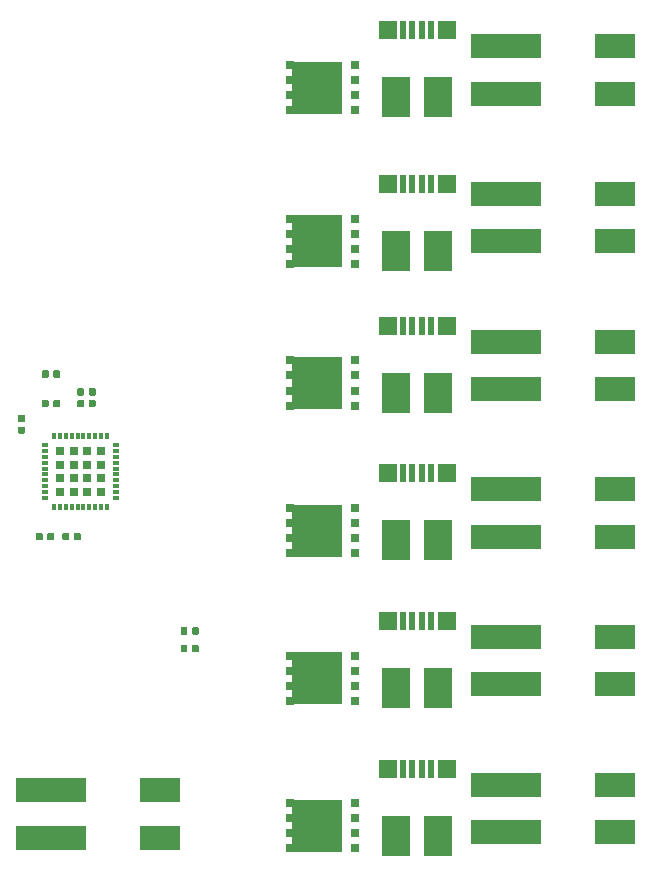
<source format=gbr>
G04 #@! TF.GenerationSoftware,KiCad,Pcbnew,5.1.3-ffb9f22~84~ubuntu18.04.1*
G04 #@! TF.CreationDate,2019-08-04T06:46:36-07:00*
G04 #@! TF.ProjectId,body_part_power,626f6479-5f70-4617-9274-5f706f776572,rev?*
G04 #@! TF.SameCoordinates,Original*
G04 #@! TF.FileFunction,Paste,Top*
G04 #@! TF.FilePolarity,Positive*
%FSLAX46Y46*%
G04 Gerber Fmt 4.6, Leading zero omitted, Abs format (unit mm)*
G04 Created by KiCad (PCBNEW 5.1.3-ffb9f22~84~ubuntu18.04.1) date 2019-08-04 06:46:36*
%MOMM*%
%LPD*%
G04 APERTURE LIST*
%ADD10C,0.100000*%
%ADD11C,0.590000*%
%ADD12R,0.300000X0.500000*%
%ADD13R,0.500000X0.300000*%
%ADD14R,0.690000X0.690000*%
%ADD15R,3.500000X2.000000*%
%ADD16R,6.000000X2.000000*%
%ADD17R,0.800000X0.700000*%
%ADD18R,4.290000X4.500000*%
%ADD19R,1.600000X1.550000*%
%ADD20R,1.200000X1.550000*%
%ADD21R,2.400000X3.480000*%
%ADD22R,1.500000X1.600000*%
%ADD23R,0.500000X1.600000*%
G04 APERTURE END LIST*
D10*
G36*
X162676958Y-69430710D02*
G01*
X162691276Y-69432834D01*
X162705317Y-69436351D01*
X162718946Y-69441228D01*
X162732031Y-69447417D01*
X162744447Y-69454858D01*
X162756073Y-69463481D01*
X162766798Y-69473202D01*
X162776519Y-69483927D01*
X162785142Y-69495553D01*
X162792583Y-69507969D01*
X162798772Y-69521054D01*
X162803649Y-69534683D01*
X162807166Y-69548724D01*
X162809290Y-69563042D01*
X162810000Y-69577500D01*
X162810000Y-69922500D01*
X162809290Y-69936958D01*
X162807166Y-69951276D01*
X162803649Y-69965317D01*
X162798772Y-69978946D01*
X162792583Y-69992031D01*
X162785142Y-70004447D01*
X162776519Y-70016073D01*
X162766798Y-70026798D01*
X162756073Y-70036519D01*
X162744447Y-70045142D01*
X162732031Y-70052583D01*
X162718946Y-70058772D01*
X162705317Y-70063649D01*
X162691276Y-70067166D01*
X162676958Y-70069290D01*
X162662500Y-70070000D01*
X162367500Y-70070000D01*
X162353042Y-70069290D01*
X162338724Y-70067166D01*
X162324683Y-70063649D01*
X162311054Y-70058772D01*
X162297969Y-70052583D01*
X162285553Y-70045142D01*
X162273927Y-70036519D01*
X162263202Y-70026798D01*
X162253481Y-70016073D01*
X162244858Y-70004447D01*
X162237417Y-69992031D01*
X162231228Y-69978946D01*
X162226351Y-69965317D01*
X162222834Y-69951276D01*
X162220710Y-69936958D01*
X162220000Y-69922500D01*
X162220000Y-69577500D01*
X162220710Y-69563042D01*
X162222834Y-69548724D01*
X162226351Y-69534683D01*
X162231228Y-69521054D01*
X162237417Y-69507969D01*
X162244858Y-69495553D01*
X162253481Y-69483927D01*
X162263202Y-69473202D01*
X162273927Y-69463481D01*
X162285553Y-69454858D01*
X162297969Y-69447417D01*
X162311054Y-69441228D01*
X162324683Y-69436351D01*
X162338724Y-69432834D01*
X162353042Y-69430710D01*
X162367500Y-69430000D01*
X162662500Y-69430000D01*
X162676958Y-69430710D01*
X162676958Y-69430710D01*
G37*
D11*
X162515000Y-69750000D03*
D10*
G36*
X163646958Y-69430710D02*
G01*
X163661276Y-69432834D01*
X163675317Y-69436351D01*
X163688946Y-69441228D01*
X163702031Y-69447417D01*
X163714447Y-69454858D01*
X163726073Y-69463481D01*
X163736798Y-69473202D01*
X163746519Y-69483927D01*
X163755142Y-69495553D01*
X163762583Y-69507969D01*
X163768772Y-69521054D01*
X163773649Y-69534683D01*
X163777166Y-69548724D01*
X163779290Y-69563042D01*
X163780000Y-69577500D01*
X163780000Y-69922500D01*
X163779290Y-69936958D01*
X163777166Y-69951276D01*
X163773649Y-69965317D01*
X163768772Y-69978946D01*
X163762583Y-69992031D01*
X163755142Y-70004447D01*
X163746519Y-70016073D01*
X163736798Y-70026798D01*
X163726073Y-70036519D01*
X163714447Y-70045142D01*
X163702031Y-70052583D01*
X163688946Y-70058772D01*
X163675317Y-70063649D01*
X163661276Y-70067166D01*
X163646958Y-70069290D01*
X163632500Y-70070000D01*
X163337500Y-70070000D01*
X163323042Y-70069290D01*
X163308724Y-70067166D01*
X163294683Y-70063649D01*
X163281054Y-70058772D01*
X163267969Y-70052583D01*
X163255553Y-70045142D01*
X163243927Y-70036519D01*
X163233202Y-70026798D01*
X163223481Y-70016073D01*
X163214858Y-70004447D01*
X163207417Y-69992031D01*
X163201228Y-69978946D01*
X163196351Y-69965317D01*
X163192834Y-69951276D01*
X163190710Y-69936958D01*
X163190000Y-69922500D01*
X163190000Y-69577500D01*
X163190710Y-69563042D01*
X163192834Y-69548724D01*
X163196351Y-69534683D01*
X163201228Y-69521054D01*
X163207417Y-69507969D01*
X163214858Y-69495553D01*
X163223481Y-69483927D01*
X163233202Y-69473202D01*
X163243927Y-69463481D01*
X163255553Y-69454858D01*
X163267969Y-69447417D01*
X163281054Y-69441228D01*
X163294683Y-69436351D01*
X163308724Y-69432834D01*
X163323042Y-69430710D01*
X163337500Y-69430000D01*
X163632500Y-69430000D01*
X163646958Y-69430710D01*
X163646958Y-69430710D01*
G37*
D11*
X163485000Y-69750000D03*
D10*
G36*
X165676958Y-70930710D02*
G01*
X165691276Y-70932834D01*
X165705317Y-70936351D01*
X165718946Y-70941228D01*
X165732031Y-70947417D01*
X165744447Y-70954858D01*
X165756073Y-70963481D01*
X165766798Y-70973202D01*
X165776519Y-70983927D01*
X165785142Y-70995553D01*
X165792583Y-71007969D01*
X165798772Y-71021054D01*
X165803649Y-71034683D01*
X165807166Y-71048724D01*
X165809290Y-71063042D01*
X165810000Y-71077500D01*
X165810000Y-71422500D01*
X165809290Y-71436958D01*
X165807166Y-71451276D01*
X165803649Y-71465317D01*
X165798772Y-71478946D01*
X165792583Y-71492031D01*
X165785142Y-71504447D01*
X165776519Y-71516073D01*
X165766798Y-71526798D01*
X165756073Y-71536519D01*
X165744447Y-71545142D01*
X165732031Y-71552583D01*
X165718946Y-71558772D01*
X165705317Y-71563649D01*
X165691276Y-71567166D01*
X165676958Y-71569290D01*
X165662500Y-71570000D01*
X165367500Y-71570000D01*
X165353042Y-71569290D01*
X165338724Y-71567166D01*
X165324683Y-71563649D01*
X165311054Y-71558772D01*
X165297969Y-71552583D01*
X165285553Y-71545142D01*
X165273927Y-71536519D01*
X165263202Y-71526798D01*
X165253481Y-71516073D01*
X165244858Y-71504447D01*
X165237417Y-71492031D01*
X165231228Y-71478946D01*
X165226351Y-71465317D01*
X165222834Y-71451276D01*
X165220710Y-71436958D01*
X165220000Y-71422500D01*
X165220000Y-71077500D01*
X165220710Y-71063042D01*
X165222834Y-71048724D01*
X165226351Y-71034683D01*
X165231228Y-71021054D01*
X165237417Y-71007969D01*
X165244858Y-70995553D01*
X165253481Y-70983927D01*
X165263202Y-70973202D01*
X165273927Y-70963481D01*
X165285553Y-70954858D01*
X165297969Y-70947417D01*
X165311054Y-70941228D01*
X165324683Y-70936351D01*
X165338724Y-70932834D01*
X165353042Y-70930710D01*
X165367500Y-70930000D01*
X165662500Y-70930000D01*
X165676958Y-70930710D01*
X165676958Y-70930710D01*
G37*
D11*
X165515000Y-71250000D03*
D10*
G36*
X166646958Y-70930710D02*
G01*
X166661276Y-70932834D01*
X166675317Y-70936351D01*
X166688946Y-70941228D01*
X166702031Y-70947417D01*
X166714447Y-70954858D01*
X166726073Y-70963481D01*
X166736798Y-70973202D01*
X166746519Y-70983927D01*
X166755142Y-70995553D01*
X166762583Y-71007969D01*
X166768772Y-71021054D01*
X166773649Y-71034683D01*
X166777166Y-71048724D01*
X166779290Y-71063042D01*
X166780000Y-71077500D01*
X166780000Y-71422500D01*
X166779290Y-71436958D01*
X166777166Y-71451276D01*
X166773649Y-71465317D01*
X166768772Y-71478946D01*
X166762583Y-71492031D01*
X166755142Y-71504447D01*
X166746519Y-71516073D01*
X166736798Y-71526798D01*
X166726073Y-71536519D01*
X166714447Y-71545142D01*
X166702031Y-71552583D01*
X166688946Y-71558772D01*
X166675317Y-71563649D01*
X166661276Y-71567166D01*
X166646958Y-71569290D01*
X166632500Y-71570000D01*
X166337500Y-71570000D01*
X166323042Y-71569290D01*
X166308724Y-71567166D01*
X166294683Y-71563649D01*
X166281054Y-71558772D01*
X166267969Y-71552583D01*
X166255553Y-71545142D01*
X166243927Y-71536519D01*
X166233202Y-71526798D01*
X166223481Y-71516073D01*
X166214858Y-71504447D01*
X166207417Y-71492031D01*
X166201228Y-71478946D01*
X166196351Y-71465317D01*
X166192834Y-71451276D01*
X166190710Y-71436958D01*
X166190000Y-71422500D01*
X166190000Y-71077500D01*
X166190710Y-71063042D01*
X166192834Y-71048724D01*
X166196351Y-71034683D01*
X166201228Y-71021054D01*
X166207417Y-71007969D01*
X166214858Y-70995553D01*
X166223481Y-70983927D01*
X166233202Y-70973202D01*
X166243927Y-70963481D01*
X166255553Y-70954858D01*
X166267969Y-70947417D01*
X166281054Y-70941228D01*
X166294683Y-70936351D01*
X166308724Y-70932834D01*
X166323042Y-70930710D01*
X166337500Y-70930000D01*
X166632500Y-70930000D01*
X166646958Y-70930710D01*
X166646958Y-70930710D01*
G37*
D11*
X166485000Y-71250000D03*
D10*
G36*
X162176958Y-83180710D02*
G01*
X162191276Y-83182834D01*
X162205317Y-83186351D01*
X162218946Y-83191228D01*
X162232031Y-83197417D01*
X162244447Y-83204858D01*
X162256073Y-83213481D01*
X162266798Y-83223202D01*
X162276519Y-83233927D01*
X162285142Y-83245553D01*
X162292583Y-83257969D01*
X162298772Y-83271054D01*
X162303649Y-83284683D01*
X162307166Y-83298724D01*
X162309290Y-83313042D01*
X162310000Y-83327500D01*
X162310000Y-83672500D01*
X162309290Y-83686958D01*
X162307166Y-83701276D01*
X162303649Y-83715317D01*
X162298772Y-83728946D01*
X162292583Y-83742031D01*
X162285142Y-83754447D01*
X162276519Y-83766073D01*
X162266798Y-83776798D01*
X162256073Y-83786519D01*
X162244447Y-83795142D01*
X162232031Y-83802583D01*
X162218946Y-83808772D01*
X162205317Y-83813649D01*
X162191276Y-83817166D01*
X162176958Y-83819290D01*
X162162500Y-83820000D01*
X161867500Y-83820000D01*
X161853042Y-83819290D01*
X161838724Y-83817166D01*
X161824683Y-83813649D01*
X161811054Y-83808772D01*
X161797969Y-83802583D01*
X161785553Y-83795142D01*
X161773927Y-83786519D01*
X161763202Y-83776798D01*
X161753481Y-83766073D01*
X161744858Y-83754447D01*
X161737417Y-83742031D01*
X161731228Y-83728946D01*
X161726351Y-83715317D01*
X161722834Y-83701276D01*
X161720710Y-83686958D01*
X161720000Y-83672500D01*
X161720000Y-83327500D01*
X161720710Y-83313042D01*
X161722834Y-83298724D01*
X161726351Y-83284683D01*
X161731228Y-83271054D01*
X161737417Y-83257969D01*
X161744858Y-83245553D01*
X161753481Y-83233927D01*
X161763202Y-83223202D01*
X161773927Y-83213481D01*
X161785553Y-83204858D01*
X161797969Y-83197417D01*
X161811054Y-83191228D01*
X161824683Y-83186351D01*
X161838724Y-83182834D01*
X161853042Y-83180710D01*
X161867500Y-83180000D01*
X162162500Y-83180000D01*
X162176958Y-83180710D01*
X162176958Y-83180710D01*
G37*
D11*
X162015000Y-83500000D03*
D10*
G36*
X163146958Y-83180710D02*
G01*
X163161276Y-83182834D01*
X163175317Y-83186351D01*
X163188946Y-83191228D01*
X163202031Y-83197417D01*
X163214447Y-83204858D01*
X163226073Y-83213481D01*
X163236798Y-83223202D01*
X163246519Y-83233927D01*
X163255142Y-83245553D01*
X163262583Y-83257969D01*
X163268772Y-83271054D01*
X163273649Y-83284683D01*
X163277166Y-83298724D01*
X163279290Y-83313042D01*
X163280000Y-83327500D01*
X163280000Y-83672500D01*
X163279290Y-83686958D01*
X163277166Y-83701276D01*
X163273649Y-83715317D01*
X163268772Y-83728946D01*
X163262583Y-83742031D01*
X163255142Y-83754447D01*
X163246519Y-83766073D01*
X163236798Y-83776798D01*
X163226073Y-83786519D01*
X163214447Y-83795142D01*
X163202031Y-83802583D01*
X163188946Y-83808772D01*
X163175317Y-83813649D01*
X163161276Y-83817166D01*
X163146958Y-83819290D01*
X163132500Y-83820000D01*
X162837500Y-83820000D01*
X162823042Y-83819290D01*
X162808724Y-83817166D01*
X162794683Y-83813649D01*
X162781054Y-83808772D01*
X162767969Y-83802583D01*
X162755553Y-83795142D01*
X162743927Y-83786519D01*
X162733202Y-83776798D01*
X162723481Y-83766073D01*
X162714858Y-83754447D01*
X162707417Y-83742031D01*
X162701228Y-83728946D01*
X162696351Y-83715317D01*
X162692834Y-83701276D01*
X162690710Y-83686958D01*
X162690000Y-83672500D01*
X162690000Y-83327500D01*
X162690710Y-83313042D01*
X162692834Y-83298724D01*
X162696351Y-83284683D01*
X162701228Y-83271054D01*
X162707417Y-83257969D01*
X162714858Y-83245553D01*
X162723481Y-83233927D01*
X162733202Y-83223202D01*
X162743927Y-83213481D01*
X162755553Y-83204858D01*
X162767969Y-83197417D01*
X162781054Y-83191228D01*
X162794683Y-83186351D01*
X162808724Y-83182834D01*
X162823042Y-83180710D01*
X162837500Y-83180000D01*
X163132500Y-83180000D01*
X163146958Y-83180710D01*
X163146958Y-83180710D01*
G37*
D11*
X162985000Y-83500000D03*
D10*
G36*
X175396958Y-91180710D02*
G01*
X175411276Y-91182834D01*
X175425317Y-91186351D01*
X175438946Y-91191228D01*
X175452031Y-91197417D01*
X175464447Y-91204858D01*
X175476073Y-91213481D01*
X175486798Y-91223202D01*
X175496519Y-91233927D01*
X175505142Y-91245553D01*
X175512583Y-91257969D01*
X175518772Y-91271054D01*
X175523649Y-91284683D01*
X175527166Y-91298724D01*
X175529290Y-91313042D01*
X175530000Y-91327500D01*
X175530000Y-91672500D01*
X175529290Y-91686958D01*
X175527166Y-91701276D01*
X175523649Y-91715317D01*
X175518772Y-91728946D01*
X175512583Y-91742031D01*
X175505142Y-91754447D01*
X175496519Y-91766073D01*
X175486798Y-91776798D01*
X175476073Y-91786519D01*
X175464447Y-91795142D01*
X175452031Y-91802583D01*
X175438946Y-91808772D01*
X175425317Y-91813649D01*
X175411276Y-91817166D01*
X175396958Y-91819290D01*
X175382500Y-91820000D01*
X175087500Y-91820000D01*
X175073042Y-91819290D01*
X175058724Y-91817166D01*
X175044683Y-91813649D01*
X175031054Y-91808772D01*
X175017969Y-91802583D01*
X175005553Y-91795142D01*
X174993927Y-91786519D01*
X174983202Y-91776798D01*
X174973481Y-91766073D01*
X174964858Y-91754447D01*
X174957417Y-91742031D01*
X174951228Y-91728946D01*
X174946351Y-91715317D01*
X174942834Y-91701276D01*
X174940710Y-91686958D01*
X174940000Y-91672500D01*
X174940000Y-91327500D01*
X174940710Y-91313042D01*
X174942834Y-91298724D01*
X174946351Y-91284683D01*
X174951228Y-91271054D01*
X174957417Y-91257969D01*
X174964858Y-91245553D01*
X174973481Y-91233927D01*
X174983202Y-91223202D01*
X174993927Y-91213481D01*
X175005553Y-91204858D01*
X175017969Y-91197417D01*
X175031054Y-91191228D01*
X175044683Y-91186351D01*
X175058724Y-91182834D01*
X175073042Y-91180710D01*
X175087500Y-91180000D01*
X175382500Y-91180000D01*
X175396958Y-91180710D01*
X175396958Y-91180710D01*
G37*
D11*
X175235000Y-91500000D03*
D10*
G36*
X174426958Y-91180710D02*
G01*
X174441276Y-91182834D01*
X174455317Y-91186351D01*
X174468946Y-91191228D01*
X174482031Y-91197417D01*
X174494447Y-91204858D01*
X174506073Y-91213481D01*
X174516798Y-91223202D01*
X174526519Y-91233927D01*
X174535142Y-91245553D01*
X174542583Y-91257969D01*
X174548772Y-91271054D01*
X174553649Y-91284683D01*
X174557166Y-91298724D01*
X174559290Y-91313042D01*
X174560000Y-91327500D01*
X174560000Y-91672500D01*
X174559290Y-91686958D01*
X174557166Y-91701276D01*
X174553649Y-91715317D01*
X174548772Y-91728946D01*
X174542583Y-91742031D01*
X174535142Y-91754447D01*
X174526519Y-91766073D01*
X174516798Y-91776798D01*
X174506073Y-91786519D01*
X174494447Y-91795142D01*
X174482031Y-91802583D01*
X174468946Y-91808772D01*
X174455317Y-91813649D01*
X174441276Y-91817166D01*
X174426958Y-91819290D01*
X174412500Y-91820000D01*
X174117500Y-91820000D01*
X174103042Y-91819290D01*
X174088724Y-91817166D01*
X174074683Y-91813649D01*
X174061054Y-91808772D01*
X174047969Y-91802583D01*
X174035553Y-91795142D01*
X174023927Y-91786519D01*
X174013202Y-91776798D01*
X174003481Y-91766073D01*
X173994858Y-91754447D01*
X173987417Y-91742031D01*
X173981228Y-91728946D01*
X173976351Y-91715317D01*
X173972834Y-91701276D01*
X173970710Y-91686958D01*
X173970000Y-91672500D01*
X173970000Y-91327500D01*
X173970710Y-91313042D01*
X173972834Y-91298724D01*
X173976351Y-91284683D01*
X173981228Y-91271054D01*
X173987417Y-91257969D01*
X173994858Y-91245553D01*
X174003481Y-91233927D01*
X174013202Y-91223202D01*
X174023927Y-91213481D01*
X174035553Y-91204858D01*
X174047969Y-91197417D01*
X174061054Y-91191228D01*
X174074683Y-91186351D01*
X174088724Y-91182834D01*
X174103042Y-91180710D01*
X174117500Y-91180000D01*
X174412500Y-91180000D01*
X174426958Y-91180710D01*
X174426958Y-91180710D01*
G37*
D11*
X174265000Y-91500000D03*
D10*
G36*
X174426958Y-92680710D02*
G01*
X174441276Y-92682834D01*
X174455317Y-92686351D01*
X174468946Y-92691228D01*
X174482031Y-92697417D01*
X174494447Y-92704858D01*
X174506073Y-92713481D01*
X174516798Y-92723202D01*
X174526519Y-92733927D01*
X174535142Y-92745553D01*
X174542583Y-92757969D01*
X174548772Y-92771054D01*
X174553649Y-92784683D01*
X174557166Y-92798724D01*
X174559290Y-92813042D01*
X174560000Y-92827500D01*
X174560000Y-93172500D01*
X174559290Y-93186958D01*
X174557166Y-93201276D01*
X174553649Y-93215317D01*
X174548772Y-93228946D01*
X174542583Y-93242031D01*
X174535142Y-93254447D01*
X174526519Y-93266073D01*
X174516798Y-93276798D01*
X174506073Y-93286519D01*
X174494447Y-93295142D01*
X174482031Y-93302583D01*
X174468946Y-93308772D01*
X174455317Y-93313649D01*
X174441276Y-93317166D01*
X174426958Y-93319290D01*
X174412500Y-93320000D01*
X174117500Y-93320000D01*
X174103042Y-93319290D01*
X174088724Y-93317166D01*
X174074683Y-93313649D01*
X174061054Y-93308772D01*
X174047969Y-93302583D01*
X174035553Y-93295142D01*
X174023927Y-93286519D01*
X174013202Y-93276798D01*
X174003481Y-93266073D01*
X173994858Y-93254447D01*
X173987417Y-93242031D01*
X173981228Y-93228946D01*
X173976351Y-93215317D01*
X173972834Y-93201276D01*
X173970710Y-93186958D01*
X173970000Y-93172500D01*
X173970000Y-92827500D01*
X173970710Y-92813042D01*
X173972834Y-92798724D01*
X173976351Y-92784683D01*
X173981228Y-92771054D01*
X173987417Y-92757969D01*
X173994858Y-92745553D01*
X174003481Y-92733927D01*
X174013202Y-92723202D01*
X174023927Y-92713481D01*
X174035553Y-92704858D01*
X174047969Y-92697417D01*
X174061054Y-92691228D01*
X174074683Y-92686351D01*
X174088724Y-92682834D01*
X174103042Y-92680710D01*
X174117500Y-92680000D01*
X174412500Y-92680000D01*
X174426958Y-92680710D01*
X174426958Y-92680710D01*
G37*
D11*
X174265000Y-93000000D03*
D10*
G36*
X175396958Y-92680710D02*
G01*
X175411276Y-92682834D01*
X175425317Y-92686351D01*
X175438946Y-92691228D01*
X175452031Y-92697417D01*
X175464447Y-92704858D01*
X175476073Y-92713481D01*
X175486798Y-92723202D01*
X175496519Y-92733927D01*
X175505142Y-92745553D01*
X175512583Y-92757969D01*
X175518772Y-92771054D01*
X175523649Y-92784683D01*
X175527166Y-92798724D01*
X175529290Y-92813042D01*
X175530000Y-92827500D01*
X175530000Y-93172500D01*
X175529290Y-93186958D01*
X175527166Y-93201276D01*
X175523649Y-93215317D01*
X175518772Y-93228946D01*
X175512583Y-93242031D01*
X175505142Y-93254447D01*
X175496519Y-93266073D01*
X175486798Y-93276798D01*
X175476073Y-93286519D01*
X175464447Y-93295142D01*
X175452031Y-93302583D01*
X175438946Y-93308772D01*
X175425317Y-93313649D01*
X175411276Y-93317166D01*
X175396958Y-93319290D01*
X175382500Y-93320000D01*
X175087500Y-93320000D01*
X175073042Y-93319290D01*
X175058724Y-93317166D01*
X175044683Y-93313649D01*
X175031054Y-93308772D01*
X175017969Y-93302583D01*
X175005553Y-93295142D01*
X174993927Y-93286519D01*
X174983202Y-93276798D01*
X174973481Y-93266073D01*
X174964858Y-93254447D01*
X174957417Y-93242031D01*
X174951228Y-93228946D01*
X174946351Y-93215317D01*
X174942834Y-93201276D01*
X174940710Y-93186958D01*
X174940000Y-93172500D01*
X174940000Y-92827500D01*
X174940710Y-92813042D01*
X174942834Y-92798724D01*
X174946351Y-92784683D01*
X174951228Y-92771054D01*
X174957417Y-92757969D01*
X174964858Y-92745553D01*
X174973481Y-92733927D01*
X174983202Y-92723202D01*
X174993927Y-92713481D01*
X175005553Y-92704858D01*
X175017969Y-92697417D01*
X175031054Y-92691228D01*
X175044683Y-92686351D01*
X175058724Y-92682834D01*
X175073042Y-92680710D01*
X175087500Y-92680000D01*
X175382500Y-92680000D01*
X175396958Y-92680710D01*
X175396958Y-92680710D01*
G37*
D11*
X175235000Y-93000000D03*
D10*
G36*
X165396958Y-83180710D02*
G01*
X165411276Y-83182834D01*
X165425317Y-83186351D01*
X165438946Y-83191228D01*
X165452031Y-83197417D01*
X165464447Y-83204858D01*
X165476073Y-83213481D01*
X165486798Y-83223202D01*
X165496519Y-83233927D01*
X165505142Y-83245553D01*
X165512583Y-83257969D01*
X165518772Y-83271054D01*
X165523649Y-83284683D01*
X165527166Y-83298724D01*
X165529290Y-83313042D01*
X165530000Y-83327500D01*
X165530000Y-83672500D01*
X165529290Y-83686958D01*
X165527166Y-83701276D01*
X165523649Y-83715317D01*
X165518772Y-83728946D01*
X165512583Y-83742031D01*
X165505142Y-83754447D01*
X165496519Y-83766073D01*
X165486798Y-83776798D01*
X165476073Y-83786519D01*
X165464447Y-83795142D01*
X165452031Y-83802583D01*
X165438946Y-83808772D01*
X165425317Y-83813649D01*
X165411276Y-83817166D01*
X165396958Y-83819290D01*
X165382500Y-83820000D01*
X165087500Y-83820000D01*
X165073042Y-83819290D01*
X165058724Y-83817166D01*
X165044683Y-83813649D01*
X165031054Y-83808772D01*
X165017969Y-83802583D01*
X165005553Y-83795142D01*
X164993927Y-83786519D01*
X164983202Y-83776798D01*
X164973481Y-83766073D01*
X164964858Y-83754447D01*
X164957417Y-83742031D01*
X164951228Y-83728946D01*
X164946351Y-83715317D01*
X164942834Y-83701276D01*
X164940710Y-83686958D01*
X164940000Y-83672500D01*
X164940000Y-83327500D01*
X164940710Y-83313042D01*
X164942834Y-83298724D01*
X164946351Y-83284683D01*
X164951228Y-83271054D01*
X164957417Y-83257969D01*
X164964858Y-83245553D01*
X164973481Y-83233927D01*
X164983202Y-83223202D01*
X164993927Y-83213481D01*
X165005553Y-83204858D01*
X165017969Y-83197417D01*
X165031054Y-83191228D01*
X165044683Y-83186351D01*
X165058724Y-83182834D01*
X165073042Y-83180710D01*
X165087500Y-83180000D01*
X165382500Y-83180000D01*
X165396958Y-83180710D01*
X165396958Y-83180710D01*
G37*
D11*
X165235000Y-83500000D03*
D10*
G36*
X164426958Y-83180710D02*
G01*
X164441276Y-83182834D01*
X164455317Y-83186351D01*
X164468946Y-83191228D01*
X164482031Y-83197417D01*
X164494447Y-83204858D01*
X164506073Y-83213481D01*
X164516798Y-83223202D01*
X164526519Y-83233927D01*
X164535142Y-83245553D01*
X164542583Y-83257969D01*
X164548772Y-83271054D01*
X164553649Y-83284683D01*
X164557166Y-83298724D01*
X164559290Y-83313042D01*
X164560000Y-83327500D01*
X164560000Y-83672500D01*
X164559290Y-83686958D01*
X164557166Y-83701276D01*
X164553649Y-83715317D01*
X164548772Y-83728946D01*
X164542583Y-83742031D01*
X164535142Y-83754447D01*
X164526519Y-83766073D01*
X164516798Y-83776798D01*
X164506073Y-83786519D01*
X164494447Y-83795142D01*
X164482031Y-83802583D01*
X164468946Y-83808772D01*
X164455317Y-83813649D01*
X164441276Y-83817166D01*
X164426958Y-83819290D01*
X164412500Y-83820000D01*
X164117500Y-83820000D01*
X164103042Y-83819290D01*
X164088724Y-83817166D01*
X164074683Y-83813649D01*
X164061054Y-83808772D01*
X164047969Y-83802583D01*
X164035553Y-83795142D01*
X164023927Y-83786519D01*
X164013202Y-83776798D01*
X164003481Y-83766073D01*
X163994858Y-83754447D01*
X163987417Y-83742031D01*
X163981228Y-83728946D01*
X163976351Y-83715317D01*
X163972834Y-83701276D01*
X163970710Y-83686958D01*
X163970000Y-83672500D01*
X163970000Y-83327500D01*
X163970710Y-83313042D01*
X163972834Y-83298724D01*
X163976351Y-83284683D01*
X163981228Y-83271054D01*
X163987417Y-83257969D01*
X163994858Y-83245553D01*
X164003481Y-83233927D01*
X164013202Y-83223202D01*
X164023927Y-83213481D01*
X164035553Y-83204858D01*
X164047969Y-83197417D01*
X164061054Y-83191228D01*
X164074683Y-83186351D01*
X164088724Y-83182834D01*
X164103042Y-83180710D01*
X164117500Y-83180000D01*
X164412500Y-83180000D01*
X164426958Y-83180710D01*
X164426958Y-83180710D01*
G37*
D11*
X164265000Y-83500000D03*
D12*
X163250000Y-81000000D03*
X163750000Y-81000000D03*
X164250000Y-81000000D03*
X164750000Y-81000000D03*
X165250000Y-81000000D03*
X165750000Y-81000000D03*
X166250000Y-81000000D03*
X166750000Y-81000000D03*
X167250000Y-81000000D03*
X167750000Y-81000000D03*
D13*
X168500000Y-80250000D03*
X168500000Y-79750000D03*
X168500000Y-79250000D03*
X168500000Y-78750000D03*
X168500000Y-78250000D03*
X168500000Y-77750000D03*
X168500000Y-77250000D03*
X168500000Y-76750000D03*
X168500000Y-76250000D03*
X168500000Y-75750000D03*
D12*
X167750000Y-75000000D03*
X167250000Y-75000000D03*
X166750000Y-75000000D03*
X166250000Y-75000000D03*
X165750000Y-75000000D03*
X165250000Y-75000000D03*
X164750000Y-75000000D03*
X164250000Y-75000000D03*
X163750000Y-75000000D03*
X163250000Y-75000000D03*
D13*
X162500000Y-75750000D03*
X162500000Y-76250000D03*
X162500000Y-76750000D03*
X162500000Y-77250000D03*
X162500000Y-77750000D03*
X162500000Y-78250000D03*
X162500000Y-78750000D03*
X162500000Y-79250000D03*
X162500000Y-79750000D03*
X162500000Y-80250000D03*
D14*
X167225000Y-76275000D03*
X166075000Y-76275000D03*
X164925000Y-76275000D03*
X163775000Y-76275000D03*
X167225000Y-77425000D03*
X166075000Y-77425000D03*
X164925000Y-77425000D03*
X163775000Y-77425000D03*
X167225000Y-78575000D03*
X166075000Y-78575000D03*
X164925000Y-78575000D03*
X163775000Y-78575000D03*
X167225000Y-79725000D03*
X166075000Y-79725000D03*
X164925000Y-79725000D03*
X163775000Y-79725000D03*
D15*
X172250000Y-105000000D03*
D16*
X163000000Y-105000000D03*
X163000000Y-109000000D03*
D15*
X172250000Y-109000000D03*
X210750000Y-42000000D03*
D16*
X201500000Y-42000000D03*
X201500000Y-46000000D03*
D15*
X210750000Y-46000000D03*
X210750000Y-83500000D03*
D16*
X201500000Y-83500000D03*
X201500000Y-79500000D03*
D15*
X210750000Y-79500000D03*
X210750000Y-58500000D03*
D16*
X201500000Y-58500000D03*
X201500000Y-54500000D03*
D15*
X210750000Y-54500000D03*
X210750000Y-92000000D03*
D16*
X201500000Y-92000000D03*
X201500000Y-96000000D03*
D15*
X210750000Y-96000000D03*
X210750000Y-67000000D03*
D16*
X201500000Y-67000000D03*
X201500000Y-71000000D03*
D15*
X210750000Y-71000000D03*
X210750000Y-108500000D03*
D16*
X201500000Y-108500000D03*
X201500000Y-104500000D03*
D15*
X210750000Y-104500000D03*
D17*
X188750000Y-47410000D03*
X188750000Y-46140000D03*
X188750000Y-44860000D03*
X188750000Y-43590000D03*
X183250000Y-43590000D03*
X183250000Y-44860000D03*
X183250000Y-46140000D03*
X183250000Y-47410000D03*
D18*
X185500000Y-45500000D03*
D19*
X184750000Y-46590000D03*
X184750000Y-44410000D03*
D20*
X186750000Y-46590000D03*
X186750000Y-44410000D03*
X186750000Y-81910000D03*
X186750000Y-84090000D03*
D19*
X184750000Y-81910000D03*
X184750000Y-84090000D03*
D18*
X185500000Y-83000000D03*
D17*
X183250000Y-84910000D03*
X183250000Y-83640000D03*
X183250000Y-82360000D03*
X183250000Y-81090000D03*
X188750000Y-81090000D03*
X188750000Y-82360000D03*
X188750000Y-83640000D03*
X188750000Y-84910000D03*
D20*
X186750000Y-57410000D03*
X186750000Y-59590000D03*
D19*
X184750000Y-57410000D03*
X184750000Y-59590000D03*
D18*
X185500000Y-58500000D03*
D17*
X183250000Y-60410000D03*
X183250000Y-59140000D03*
X183250000Y-57860000D03*
X183250000Y-56590000D03*
X188750000Y-56590000D03*
X188750000Y-57860000D03*
X188750000Y-59140000D03*
X188750000Y-60410000D03*
D20*
X186750000Y-94410000D03*
X186750000Y-96590000D03*
D19*
X184750000Y-94410000D03*
X184750000Y-96590000D03*
D18*
X185500000Y-95500000D03*
D17*
X183250000Y-97410000D03*
X183250000Y-96140000D03*
X183250000Y-94860000D03*
X183250000Y-93590000D03*
X188750000Y-93590000D03*
X188750000Y-94860000D03*
X188750000Y-96140000D03*
X188750000Y-97410000D03*
X188750000Y-72410000D03*
X188750000Y-71140000D03*
X188750000Y-69860000D03*
X188750000Y-68590000D03*
X183250000Y-68590000D03*
X183250000Y-69860000D03*
X183250000Y-71140000D03*
X183250000Y-72410000D03*
D18*
X185500000Y-70500000D03*
D19*
X184750000Y-71590000D03*
X184750000Y-69410000D03*
D20*
X186750000Y-71590000D03*
X186750000Y-69410000D03*
D17*
X188750000Y-109910000D03*
X188750000Y-108640000D03*
X188750000Y-107360000D03*
X188750000Y-106090000D03*
X183250000Y-106090000D03*
X183250000Y-107360000D03*
X183250000Y-108640000D03*
X183250000Y-109910000D03*
D18*
X185500000Y-108000000D03*
D19*
X184750000Y-109090000D03*
X184750000Y-106910000D03*
D20*
X186750000Y-109090000D03*
X186750000Y-106910000D03*
D10*
G36*
X163646958Y-71930710D02*
G01*
X163661276Y-71932834D01*
X163675317Y-71936351D01*
X163688946Y-71941228D01*
X163702031Y-71947417D01*
X163714447Y-71954858D01*
X163726073Y-71963481D01*
X163736798Y-71973202D01*
X163746519Y-71983927D01*
X163755142Y-71995553D01*
X163762583Y-72007969D01*
X163768772Y-72021054D01*
X163773649Y-72034683D01*
X163777166Y-72048724D01*
X163779290Y-72063042D01*
X163780000Y-72077500D01*
X163780000Y-72422500D01*
X163779290Y-72436958D01*
X163777166Y-72451276D01*
X163773649Y-72465317D01*
X163768772Y-72478946D01*
X163762583Y-72492031D01*
X163755142Y-72504447D01*
X163746519Y-72516073D01*
X163736798Y-72526798D01*
X163726073Y-72536519D01*
X163714447Y-72545142D01*
X163702031Y-72552583D01*
X163688946Y-72558772D01*
X163675317Y-72563649D01*
X163661276Y-72567166D01*
X163646958Y-72569290D01*
X163632500Y-72570000D01*
X163337500Y-72570000D01*
X163323042Y-72569290D01*
X163308724Y-72567166D01*
X163294683Y-72563649D01*
X163281054Y-72558772D01*
X163267969Y-72552583D01*
X163255553Y-72545142D01*
X163243927Y-72536519D01*
X163233202Y-72526798D01*
X163223481Y-72516073D01*
X163214858Y-72504447D01*
X163207417Y-72492031D01*
X163201228Y-72478946D01*
X163196351Y-72465317D01*
X163192834Y-72451276D01*
X163190710Y-72436958D01*
X163190000Y-72422500D01*
X163190000Y-72077500D01*
X163190710Y-72063042D01*
X163192834Y-72048724D01*
X163196351Y-72034683D01*
X163201228Y-72021054D01*
X163207417Y-72007969D01*
X163214858Y-71995553D01*
X163223481Y-71983927D01*
X163233202Y-71973202D01*
X163243927Y-71963481D01*
X163255553Y-71954858D01*
X163267969Y-71947417D01*
X163281054Y-71941228D01*
X163294683Y-71936351D01*
X163308724Y-71932834D01*
X163323042Y-71930710D01*
X163337500Y-71930000D01*
X163632500Y-71930000D01*
X163646958Y-71930710D01*
X163646958Y-71930710D01*
G37*
D11*
X163485000Y-72250000D03*
D10*
G36*
X162676958Y-71930710D02*
G01*
X162691276Y-71932834D01*
X162705317Y-71936351D01*
X162718946Y-71941228D01*
X162732031Y-71947417D01*
X162744447Y-71954858D01*
X162756073Y-71963481D01*
X162766798Y-71973202D01*
X162776519Y-71983927D01*
X162785142Y-71995553D01*
X162792583Y-72007969D01*
X162798772Y-72021054D01*
X162803649Y-72034683D01*
X162807166Y-72048724D01*
X162809290Y-72063042D01*
X162810000Y-72077500D01*
X162810000Y-72422500D01*
X162809290Y-72436958D01*
X162807166Y-72451276D01*
X162803649Y-72465317D01*
X162798772Y-72478946D01*
X162792583Y-72492031D01*
X162785142Y-72504447D01*
X162776519Y-72516073D01*
X162766798Y-72526798D01*
X162756073Y-72536519D01*
X162744447Y-72545142D01*
X162732031Y-72552583D01*
X162718946Y-72558772D01*
X162705317Y-72563649D01*
X162691276Y-72567166D01*
X162676958Y-72569290D01*
X162662500Y-72570000D01*
X162367500Y-72570000D01*
X162353042Y-72569290D01*
X162338724Y-72567166D01*
X162324683Y-72563649D01*
X162311054Y-72558772D01*
X162297969Y-72552583D01*
X162285553Y-72545142D01*
X162273927Y-72536519D01*
X162263202Y-72526798D01*
X162253481Y-72516073D01*
X162244858Y-72504447D01*
X162237417Y-72492031D01*
X162231228Y-72478946D01*
X162226351Y-72465317D01*
X162222834Y-72451276D01*
X162220710Y-72436958D01*
X162220000Y-72422500D01*
X162220000Y-72077500D01*
X162220710Y-72063042D01*
X162222834Y-72048724D01*
X162226351Y-72034683D01*
X162231228Y-72021054D01*
X162237417Y-72007969D01*
X162244858Y-71995553D01*
X162253481Y-71983927D01*
X162263202Y-71973202D01*
X162273927Y-71963481D01*
X162285553Y-71954858D01*
X162297969Y-71947417D01*
X162311054Y-71941228D01*
X162324683Y-71936351D01*
X162338724Y-71932834D01*
X162353042Y-71930710D01*
X162367500Y-71930000D01*
X162662500Y-71930000D01*
X162676958Y-71930710D01*
X162676958Y-71930710D01*
G37*
D11*
X162515000Y-72250000D03*
D10*
G36*
X160686958Y-73220710D02*
G01*
X160701276Y-73222834D01*
X160715317Y-73226351D01*
X160728946Y-73231228D01*
X160742031Y-73237417D01*
X160754447Y-73244858D01*
X160766073Y-73253481D01*
X160776798Y-73263202D01*
X160786519Y-73273927D01*
X160795142Y-73285553D01*
X160802583Y-73297969D01*
X160808772Y-73311054D01*
X160813649Y-73324683D01*
X160817166Y-73338724D01*
X160819290Y-73353042D01*
X160820000Y-73367500D01*
X160820000Y-73662500D01*
X160819290Y-73676958D01*
X160817166Y-73691276D01*
X160813649Y-73705317D01*
X160808772Y-73718946D01*
X160802583Y-73732031D01*
X160795142Y-73744447D01*
X160786519Y-73756073D01*
X160776798Y-73766798D01*
X160766073Y-73776519D01*
X160754447Y-73785142D01*
X160742031Y-73792583D01*
X160728946Y-73798772D01*
X160715317Y-73803649D01*
X160701276Y-73807166D01*
X160686958Y-73809290D01*
X160672500Y-73810000D01*
X160327500Y-73810000D01*
X160313042Y-73809290D01*
X160298724Y-73807166D01*
X160284683Y-73803649D01*
X160271054Y-73798772D01*
X160257969Y-73792583D01*
X160245553Y-73785142D01*
X160233927Y-73776519D01*
X160223202Y-73766798D01*
X160213481Y-73756073D01*
X160204858Y-73744447D01*
X160197417Y-73732031D01*
X160191228Y-73718946D01*
X160186351Y-73705317D01*
X160182834Y-73691276D01*
X160180710Y-73676958D01*
X160180000Y-73662500D01*
X160180000Y-73367500D01*
X160180710Y-73353042D01*
X160182834Y-73338724D01*
X160186351Y-73324683D01*
X160191228Y-73311054D01*
X160197417Y-73297969D01*
X160204858Y-73285553D01*
X160213481Y-73273927D01*
X160223202Y-73263202D01*
X160233927Y-73253481D01*
X160245553Y-73244858D01*
X160257969Y-73237417D01*
X160271054Y-73231228D01*
X160284683Y-73226351D01*
X160298724Y-73222834D01*
X160313042Y-73220710D01*
X160327500Y-73220000D01*
X160672500Y-73220000D01*
X160686958Y-73220710D01*
X160686958Y-73220710D01*
G37*
D11*
X160500000Y-73515000D03*
D10*
G36*
X160686958Y-74190710D02*
G01*
X160701276Y-74192834D01*
X160715317Y-74196351D01*
X160728946Y-74201228D01*
X160742031Y-74207417D01*
X160754447Y-74214858D01*
X160766073Y-74223481D01*
X160776798Y-74233202D01*
X160786519Y-74243927D01*
X160795142Y-74255553D01*
X160802583Y-74267969D01*
X160808772Y-74281054D01*
X160813649Y-74294683D01*
X160817166Y-74308724D01*
X160819290Y-74323042D01*
X160820000Y-74337500D01*
X160820000Y-74632500D01*
X160819290Y-74646958D01*
X160817166Y-74661276D01*
X160813649Y-74675317D01*
X160808772Y-74688946D01*
X160802583Y-74702031D01*
X160795142Y-74714447D01*
X160786519Y-74726073D01*
X160776798Y-74736798D01*
X160766073Y-74746519D01*
X160754447Y-74755142D01*
X160742031Y-74762583D01*
X160728946Y-74768772D01*
X160715317Y-74773649D01*
X160701276Y-74777166D01*
X160686958Y-74779290D01*
X160672500Y-74780000D01*
X160327500Y-74780000D01*
X160313042Y-74779290D01*
X160298724Y-74777166D01*
X160284683Y-74773649D01*
X160271054Y-74768772D01*
X160257969Y-74762583D01*
X160245553Y-74755142D01*
X160233927Y-74746519D01*
X160223202Y-74736798D01*
X160213481Y-74726073D01*
X160204858Y-74714447D01*
X160197417Y-74702031D01*
X160191228Y-74688946D01*
X160186351Y-74675317D01*
X160182834Y-74661276D01*
X160180710Y-74646958D01*
X160180000Y-74632500D01*
X160180000Y-74337500D01*
X160180710Y-74323042D01*
X160182834Y-74308724D01*
X160186351Y-74294683D01*
X160191228Y-74281054D01*
X160197417Y-74267969D01*
X160204858Y-74255553D01*
X160213481Y-74243927D01*
X160223202Y-74233202D01*
X160233927Y-74223481D01*
X160245553Y-74214858D01*
X160257969Y-74207417D01*
X160271054Y-74201228D01*
X160284683Y-74196351D01*
X160298724Y-74192834D01*
X160313042Y-74190710D01*
X160327500Y-74190000D01*
X160672500Y-74190000D01*
X160686958Y-74190710D01*
X160686958Y-74190710D01*
G37*
D11*
X160500000Y-74485000D03*
D10*
G36*
X165676958Y-71930710D02*
G01*
X165691276Y-71932834D01*
X165705317Y-71936351D01*
X165718946Y-71941228D01*
X165732031Y-71947417D01*
X165744447Y-71954858D01*
X165756073Y-71963481D01*
X165766798Y-71973202D01*
X165776519Y-71983927D01*
X165785142Y-71995553D01*
X165792583Y-72007969D01*
X165798772Y-72021054D01*
X165803649Y-72034683D01*
X165807166Y-72048724D01*
X165809290Y-72063042D01*
X165810000Y-72077500D01*
X165810000Y-72422500D01*
X165809290Y-72436958D01*
X165807166Y-72451276D01*
X165803649Y-72465317D01*
X165798772Y-72478946D01*
X165792583Y-72492031D01*
X165785142Y-72504447D01*
X165776519Y-72516073D01*
X165766798Y-72526798D01*
X165756073Y-72536519D01*
X165744447Y-72545142D01*
X165732031Y-72552583D01*
X165718946Y-72558772D01*
X165705317Y-72563649D01*
X165691276Y-72567166D01*
X165676958Y-72569290D01*
X165662500Y-72570000D01*
X165367500Y-72570000D01*
X165353042Y-72569290D01*
X165338724Y-72567166D01*
X165324683Y-72563649D01*
X165311054Y-72558772D01*
X165297969Y-72552583D01*
X165285553Y-72545142D01*
X165273927Y-72536519D01*
X165263202Y-72526798D01*
X165253481Y-72516073D01*
X165244858Y-72504447D01*
X165237417Y-72492031D01*
X165231228Y-72478946D01*
X165226351Y-72465317D01*
X165222834Y-72451276D01*
X165220710Y-72436958D01*
X165220000Y-72422500D01*
X165220000Y-72077500D01*
X165220710Y-72063042D01*
X165222834Y-72048724D01*
X165226351Y-72034683D01*
X165231228Y-72021054D01*
X165237417Y-72007969D01*
X165244858Y-71995553D01*
X165253481Y-71983927D01*
X165263202Y-71973202D01*
X165273927Y-71963481D01*
X165285553Y-71954858D01*
X165297969Y-71947417D01*
X165311054Y-71941228D01*
X165324683Y-71936351D01*
X165338724Y-71932834D01*
X165353042Y-71930710D01*
X165367500Y-71930000D01*
X165662500Y-71930000D01*
X165676958Y-71930710D01*
X165676958Y-71930710D01*
G37*
D11*
X165515000Y-72250000D03*
D10*
G36*
X166646958Y-71930710D02*
G01*
X166661276Y-71932834D01*
X166675317Y-71936351D01*
X166688946Y-71941228D01*
X166702031Y-71947417D01*
X166714447Y-71954858D01*
X166726073Y-71963481D01*
X166736798Y-71973202D01*
X166746519Y-71983927D01*
X166755142Y-71995553D01*
X166762583Y-72007969D01*
X166768772Y-72021054D01*
X166773649Y-72034683D01*
X166777166Y-72048724D01*
X166779290Y-72063042D01*
X166780000Y-72077500D01*
X166780000Y-72422500D01*
X166779290Y-72436958D01*
X166777166Y-72451276D01*
X166773649Y-72465317D01*
X166768772Y-72478946D01*
X166762583Y-72492031D01*
X166755142Y-72504447D01*
X166746519Y-72516073D01*
X166736798Y-72526798D01*
X166726073Y-72536519D01*
X166714447Y-72545142D01*
X166702031Y-72552583D01*
X166688946Y-72558772D01*
X166675317Y-72563649D01*
X166661276Y-72567166D01*
X166646958Y-72569290D01*
X166632500Y-72570000D01*
X166337500Y-72570000D01*
X166323042Y-72569290D01*
X166308724Y-72567166D01*
X166294683Y-72563649D01*
X166281054Y-72558772D01*
X166267969Y-72552583D01*
X166255553Y-72545142D01*
X166243927Y-72536519D01*
X166233202Y-72526798D01*
X166223481Y-72516073D01*
X166214858Y-72504447D01*
X166207417Y-72492031D01*
X166201228Y-72478946D01*
X166196351Y-72465317D01*
X166192834Y-72451276D01*
X166190710Y-72436958D01*
X166190000Y-72422500D01*
X166190000Y-72077500D01*
X166190710Y-72063042D01*
X166192834Y-72048724D01*
X166196351Y-72034683D01*
X166201228Y-72021054D01*
X166207417Y-72007969D01*
X166214858Y-71995553D01*
X166223481Y-71983927D01*
X166233202Y-71973202D01*
X166243927Y-71963481D01*
X166255553Y-71954858D01*
X166267969Y-71947417D01*
X166281054Y-71941228D01*
X166294683Y-71936351D01*
X166308724Y-71932834D01*
X166323042Y-71930710D01*
X166337500Y-71930000D01*
X166632500Y-71930000D01*
X166646958Y-71930710D01*
X166646958Y-71930710D01*
G37*
D11*
X166485000Y-72250000D03*
D21*
X192225000Y-46320000D03*
X195775000Y-46320000D03*
D22*
X191500000Y-40650000D03*
D23*
X192800000Y-40650000D03*
X193600000Y-40650000D03*
X194400000Y-40650000D03*
X195200000Y-40650000D03*
D22*
X196500000Y-40650000D03*
X196500000Y-78150000D03*
D23*
X195200000Y-78150000D03*
X194400000Y-78150000D03*
X193600000Y-78150000D03*
X192800000Y-78150000D03*
D22*
X191500000Y-78150000D03*
D21*
X195775000Y-83820000D03*
X192225000Y-83820000D03*
D22*
X196500000Y-53650000D03*
D23*
X195200000Y-53650000D03*
X194400000Y-53650000D03*
X193600000Y-53650000D03*
X192800000Y-53650000D03*
D22*
X191500000Y-53650000D03*
D21*
X195775000Y-59320000D03*
X192225000Y-59320000D03*
X192225000Y-96320000D03*
X195775000Y-96320000D03*
D22*
X191500000Y-90650000D03*
D23*
X192800000Y-90650000D03*
X193600000Y-90650000D03*
X194400000Y-90650000D03*
X195200000Y-90650000D03*
D22*
X196500000Y-90650000D03*
D21*
X192225000Y-71320000D03*
X195775000Y-71320000D03*
D22*
X191500000Y-65650000D03*
D23*
X192800000Y-65650000D03*
X193600000Y-65650000D03*
X194400000Y-65650000D03*
X195200000Y-65650000D03*
D22*
X196500000Y-65650000D03*
X196500000Y-103150000D03*
D23*
X195200000Y-103150000D03*
X194400000Y-103150000D03*
X193600000Y-103150000D03*
X192800000Y-103150000D03*
D22*
X191500000Y-103150000D03*
D21*
X195775000Y-108820000D03*
X192225000Y-108820000D03*
M02*

</source>
